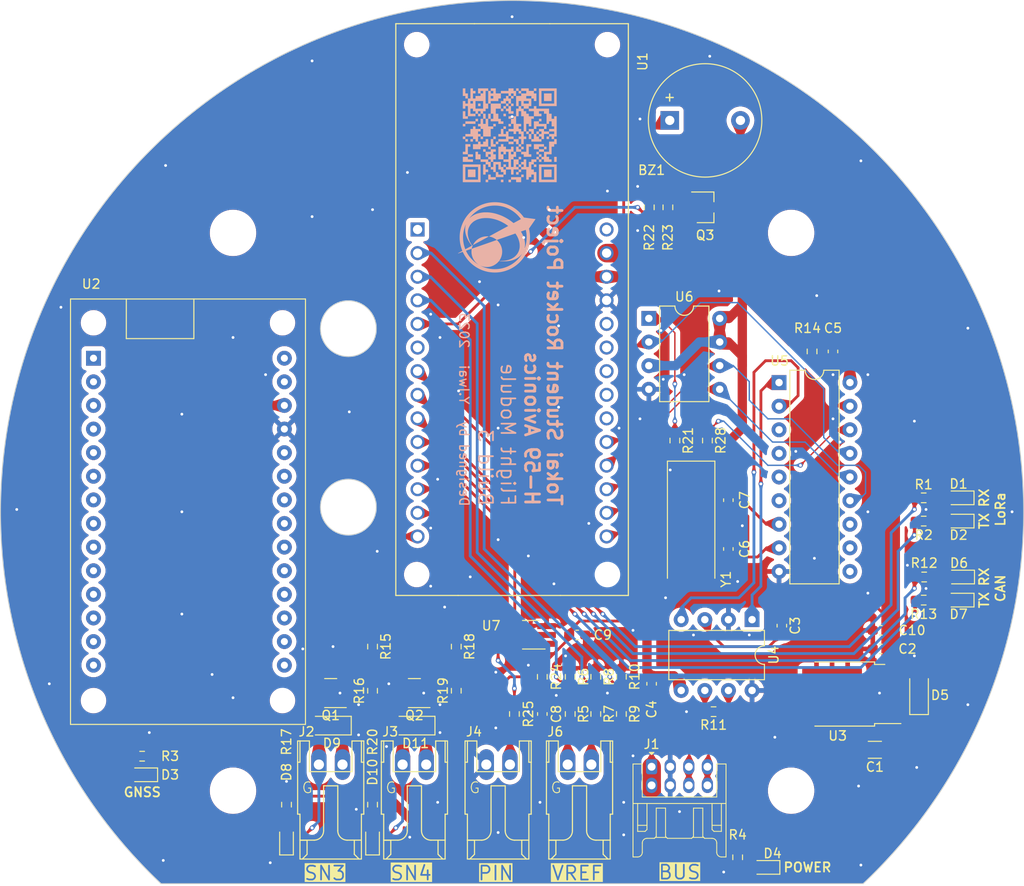
<source format=kicad_pcb>
(kicad_pcb (version 20221018) (generator pcbnew)
  (layers (0 "F.Cu" signal) (31 "B.Cu" signal) (34 "B.Paste" user) (35 "F.Paste" user) (36 "B.SilkS" user "B.Silkscreen") (37 "F.SilkS" user "F.Silkscreen") (38 "B.Mask" user) (39 "F.Mask" user) (44 "Edge.Cuts" user))
  (net 0 "")
  (net 1 "+5V")
  (net 2 "Net-(BZ1-+)")
  (net 3 "+12V")
  (net 4 "GND")
  (net 5 "+3.3V")
  (net 6 "OSC1")
  (net 7 "OSC2")
  (net 8 "Net-(C8-Pad2)")
  (net 9 "Net-(D1-A)")
  (net 10 "Net-(D2-A)")
  (net 11 "Net-(D3-A)")
  (net 12 "Net-(D4-A)")
  (net 13 "Net-(D6-A)")
  (net 14 "Net-(D7-A)")
  (net 15 "Net-(D8-K)")
  (net 16 "Net-(D8-A)")
  (net 17 "Net-(D10-K)")
  (net 18 "Net-(D10-A)")
  (net 19 "CAN_L")
  (net 20 "CAN_H")
  (net 21 "Net-(J4-Pin_2)")
  (net 22 "Net-(J6-Pin_1)")
  (net 23 "Net-(J6-Pin_2)")
  (net 24 "Net-(Q1-G)")
  (net 25 "Net-(Q2-G)")
  (net 26 "Net-(Q3-B)")
  (net 27 "LORA_RECEIVE_STATUS")
  (net 28 "LORA_SEND_STATUS")
  (net 29 "GNSS_STATUS")
  (net 30 "VREF_BATT")
  (net 31 "VREF_VSW")
  (net 32 "VREF_12V")
  (net 33 "CAN_RECEIVE_STATUS")
  (net 34 "CAN_SEND_STATUS")
  (net 35 "Net-(U5-~RESET)")
  (net 36 "SN3")
  (net 37 "SN4")
  (net 38 "BUZZER")
  (net 41 "SPI_MOSI")
  (net 42 "SPI_SCLK")
  (net 43 "SPI_MISO")
  (net 76 "CAN_TX")
  (net 77 "CAN_RX")
  (net 85 "SPI_CS_MCP")
  (net 86 "SPI_CS_FRAM")
  (net 87 "FLIGHT_PIN")
  (footprint "Hirose_Connector:Hirose_DF11B-8DP-2DS" (layer "F.Cu") (at 163.75 117.775)
    (fp_text reference "J1")
    (fp_text value "BUS")
  )
  (footprint "Resistor_SMD:R_0603_1608Metric_Pad0.98x0.95mm_HandSolder" (layer "F.Cu") (at 193.05 97.365)
    (fp_text reference "R12")
    (fp_text value "680R")
  )
  (footprint "Resistor_SMD:R_0603_1608Metric_Pad0.98x0.95mm_HandSolder" (layer "F.Cu") (at 133.75 109.6 90)
    (fp_text reference "R16")
    (fp_text value "10kR")
  )
  (footprint "Diode_SMD:D_SOD-123F" (layer "F.Cu") (at 129.25 113.35 180)
    (fp_text reference "D9")
    (fp_text value "GS1010FL")
  )
  (footprint "Resistor_SMD:R_0603_1608Metric_Pad0.98x0.95mm_HandSolder" (layer "F.Cu") (at 157.75 112.1 -90)
    (fp_text reference "R7")
    (fp_text value "10kR")
  )
  (footprint "Package_DIP:DIP-8_W7.62mm" (layer "F.Cu") (at 174.55 101.95 -90)
    (fp_text reference "U4")
    (fp_text value "MCP2562-E-P")
  )
  (footprint "Capacitor_SMD:C_0603_1608Metric_Pad1.08x0.95mm_HandSolder" (layer "F.Cu") (at 172 94.35 90)
    (fp_text reference "C6")
    (fp_text value "15pF")
  )
  (footprint "Diode_SMD:D_SOD-123F" (layer "F.Cu") (at 192.5 109.95 90)
    (fp_text reference "D5")
    (fp_text value "GS1010FL")
  )
  (footprint "Hirose_Connector:Hirose_DF1B" (layer "F.Cu") (at 136.98 117.54)
    (fp_text reference "J3")
    (fp_text value "SN4")
  )
  (footprint "Resistor_SMD:R_0603_1608Metric_Pad0.98x0.95mm_HandSolder" (layer "F.Cu") (at 173 127.5125 -90)
    (fp_text reference "R4")
    (fp_text value "2.4kR")
  )
  (footprint "LED_SMD:LED_0603_1608Metric_Pad1.05x0.95mm_HandSolder" (layer "F.Cu") (at 108.98 118.64 180)
    (fp_text reference "D3")
    (fp_text value "B")
  )
  (footprint "ABX00012:ARDUINO_ABX00012" (layer "F.Cu") (at 136.25 37.85 -90)
    (fp_text reference "U1")
    (fp_text value "Arduino MKR WAN 1310")
  )
  (footprint "Resistor_SMD:R_0603_1608Metric_Pad0.98x0.95mm_HandSolder" (layer "F.Cu") (at 170.4125 111.85 180)
    (fp_text reference "R11")
    (fp_text value "120R")
  )
  (footprint "Resistor_SMD:R_0603_1608Metric_Pad0.98x0.95mm_HandSolder" (layer "F.Cu") (at 193 99.85)
    (fp_text reference "R13")
    (fp_text value "680R")
  )
  (footprint "Hirose_Connector:Hirose_DF1B" (layer "F.Cu") (at 127.98 117.54)
    (fp_text reference "J2")
    (fp_text value "SN3")
  )
  (footprint "Capacitor_SMD:C_0603_1608Metric_Pad1.08x0.95mm_HandSolder" (layer "F.Cu") (at 177.75 102.6 -90)
    (fp_text reference "C3")
    (fp_text value "0.1uF")
  )
  (footprint "Resistor_SMD:R_0603_1608Metric_Pad0.98x0.95mm_HandSolder" (layer "F.Cu") (at 133.75 121.85 -90)
    (fp_text reference "R20")
    (fp_text value "2.4kR")
  )
  (footprint "LED_SMD:LED_0603_1608Metric_Pad1.05x0.95mm_HandSolder" (layer "F.Cu") (at 196.75 88.85 180)
    (fp_text reference "D1")
    (fp_text value "B")
  )
  (footprint "LED_SMD:LED_0603_1608Metric_Pad1.05x0.95mm_HandSolder" (layer "F.Cu") (at 196.8 97.365 180)
    (fp_text reference "D6")
    (fp_text value "B")
  )
  (footprint "Package_DIP:DIP-18_W7.62mm" (layer "F.Cu") (at 177.45 76.45)
    (fp_text reference "U5")
    (fp_text value "MCP2515-I/P")
  )
  (footprint "Capacitor_SMD:C_0603_1608Metric_Pad1.08x0.95mm_HandSolder" (layer "F.Cu") (at 172 89.1 -90)
    (fp_text reference "C7")
    (fp_text value "15pF")
  )
  (footprint "ArduinoMkrGpsShield:Arduino MKR GPS Shield" (layer "F.Cu") (at 103.75 73.83)
    (fp_text reference "U2")
    (fp_text value "Arduino MKR GPS Shield")
  )
  (footprint "LED_SMD:LED_0603_1608Metric_Pad1.05x0.95mm_HandSolder" (layer "F.Cu") (at 196.75 99.85 180)
    (fp_text reference "D7")
    (fp_text value "B")
  )
  (footprint "Resistor_SMD:R_0603_1608Metric_Pad0.98x0.95mm_HandSolder" (layer "F.Cu") (at 155 112.1 -90)
    (fp_text reference "R5")
    (fp_text value "10kR")
  )
  (footprint "Package_TO_SOT_SMD:SOT-23" (layer "F.Cu") (at 129.25 109.85 180)
    (fp_text reference "Q1")
    (fp_text value "AO3400A")
  )
  (footprint "Resistor_SMD:R_0603_1608Metric_Pad0.98x0.95mm_HandSolder" (layer "F.Cu") (at 142.75 109.6 90)
    (fp_text reference "R19")
    (fp_text value "10kR")
  )
  (footprint "Hirose_Connector:Hirose_DF1B" (layer "F.Cu") (at 145.98 117.54)
    (fp_text reference "J4")
    (fp_text value "PIN")
  )
  (footprint "Package_TO_SOT_SMD:TSOT-23-5_HandSoldering" (layer "F.Cu") (at 150.75 103.6 180)
    (fp_text reference "U7")
    (fp_text value "TC7S14F")
  )
  (footprint "Resistor_SMD:R_0603_1608Metric_Pad0.98x0.95mm_HandSolder" (layer "F.Cu") (at 181 73.1 -90)
    (fp_text reference "R14")
    (fp_text value "10kR")
  )
  (footprint "Resistor_SMD:R_0603_1608Metric_Pad0.98x0.95mm_HandSolder" (layer "F.Cu") (at 166.25 82.6875 -90)
    (fp_text reference "R21")
    (fp_text value "4.7kR")
  )
  (footprint "LED_SMD:LED_0603_1608Metric_Pad1.05x0.95mm_HandSolder" (layer "F.Cu") (at 133.75 125.6 90)
    (fp_text reference "D10")
    (fp_text value "G")
  )
  (footprint "Crystal:Crystal_SMD_HC49-SD" (layer "F.Cu") (at 168 91.6 -90)
    (fp_text reference "Y1")
    (fp_text value "8MHz")
  )
  (footprint "Capacitor_SMD:C_0603_1608Metric_Pad1.08x0.95mm_HandSolder" (layer "F.Cu") (at 188.3875 105.1 180)
    (fp_text reference "C2")
    (fp_text value "2.2uF")
  )
  (footprint "Resistor_SMD:R_0603_1608Metric_Pad0.98x0.95mm_HandSolder" (layer "F.Cu") (at 108.98 116.64 180)
    (fp_text reference "R3")
    (fp_text value "680R")
  )
  (footprint "LED_SMD:LED_0603_1608Metric_Pad1.05x0.95mm_HandSolder" (layer "F.Cu") (at 196.75 91.35 180)
    (fp_text reference "D2")
    (fp_text value "B")
  )
  (footprint "Package_TO_SOT_SMD:TO-252-2" (layer "F.Cu") (at 184.41 109.95 180)
    (fp_text reference "U3")
    (fp_text value "NJM7805SDL1")
  )
  (footprint "Package_DIP:DIP-8_W7.62mm" (layer "F.Cu") (at 163.45 69.55)
    (fp_text reference "U6")
    (fp_text value "MB85RS2MT")
  )
  (footprint "Buzzer_Beeper:Buzzer_12x9.5RM7.6" (layer "F.Cu") (at 165.7 48.25)
    (fp_text reference "BZ1")
    (fp_text value "UGCM1205XP")
  )
  (footprint "Resistor_SMD:R_0603_1608Metric_Pad0.98x0.95mm_HandSolder" (layer "F.Cu") (at 165.5 57.6 90)
    (fp_text reference "R23")
    (fp_text value "10kR")
  )
  (footprint "MountingHole:MountingHole_4.5mm" (layer "F.Cu") (at 178.75 120.35)
    (fp_text reference "REF**" hide)
    (fp_text value "MountingHole_4.5mm" hide)
  )
  (footprint "MountingHole:MountingHole_4.5mm" (layer "F.Cu") (at 118.75 120.35)
    (fp_text reference "REF**" hide)
    (fp_text value "MountingHole_4.5mm" hide)
  )
  (footprint "Capacitor_SMD:C_0603_1608Metric_Pad1.08x0.95mm_HandSolder" (layer "F.Cu") (at 163.75 108.85 90)
    (fp_text reference "C4")
    (fp_text value "0.1uF")
  )
  (footprint "Resistor_SMD:R_0603_1608Metric_Pad0.98x0.95mm_HandSolder" (layer "F.Cu") (at 169.75 82.6875 -90)
    (fp_text reference "R28")
    (fp_text value "4.7kR")
  )
  (footprint "Resistor_SMD:R_0603_1608Metric_Pad0.98x0.95mm_HandSolder" (layer "F.Cu") (at 124.5 121.85 -90)
    (fp_text reference "R17")
    (fp_text value "2.4kR")
  )
  (footprint "Diode_SMD:D_SOD-123F" (layer "F.Cu") (at 138.25 113.35 180)
    (fp_text reference "D11")
    (fp_text value "GS1010FL")
  )
  (footprint "MountingHole:MountingHole_4.5mm" (layer "F.Cu") (at 178.75 60.35)
    (fp_text reference "REF**" hide)
    (fp_text value "MountingHole_4.5mm" hide)
  )
  (footprint "Capacitor_SMD:C_1206_3216Metric_Pad1.33x1.80mm_HandSolder" (layer "F.Cu") (at 187.75 115.95 180)
    (fp_text reference "C1")
    (fp_text value "10uF")
  )
  (footprint "Resistor_SMD:R_0603_1608Metric_Pad0.98x0.95mm_HandSolder" (layer "F.Cu") (at 160.5 108.1 -90)
    (fp_text reference "R10")
    (fp_text value "1.2kR")
  )
  (footprint "Resistor_SMD:R_0603_1608Metric_Pad0.98x0.95mm_HandSolder" (layer "F.Cu") (at 157.75 108.1 -90)
    (fp_text reference "R8")
    (fp_text value "1.2kR")
  )
  (footprint "Resistor_SMD:R_0603_1608Metric_Pad0.98x0.95mm_HandSolder" (layer "F.Cu") (at 193 88.85)
    (fp_text reference "R1")
    (fp_text value "680R")
  )
  (footprint "LED_SMD:LED_0603_1608Metric_Pad1.05x0.95mm_HandSolder" (layer "F.Cu") (at 175.875 128.6 180)
    (fp_text reference "D4")
    (fp_text value "R")
  )
  (footprint "Resistor_SMD:R_0603_1608Metric_Pad0.98x0.95mm_HandSolder" (layer "F.Cu") (at 155 108.1 -90)
    (fp_text reference "R6")
    (fp_text value "1.2kR")
  )
  (footprint "Resistor_SMD:R_0603_1608Metric_Pad0.98x0.95mm_HandSolder" (layer "F.Cu") (at 160.5 112.1 -90)
    (fp_text reference "R9")
    (fp_text value "10kR")
  )
  (footprint "Resistor_SMD:R_0603_1608Metric_Pad0.98x0.95mm_HandSolder" (layer "F.Cu") (at 152 108.1 90)
    (fp_text reference "R24")
    (fp_text value "10kR")
  )
  (footprint "Capacitor_SMD:C_0603_1608Metric_Pad1.08x0.95mm_HandSolder" (layer "F.Cu") (at 155.75 103.6 180)
    (fp_text reference "C9")
    (fp_text value "0.1uF")
  )
  (footprint "Resistor_SMD:R_0603_1608Metric_Pad0.98x0.95mm_HandSolder" (layer "F.Cu") (at 149 112.1 90)
    (fp_text reference "R25")
    (fp_text value "10kR")
  )
  (footprint "Package_TO_SOT_SMD:SOT-23" (layer "F.Cu") (at 138.25 109.85 180)
    (fp_text reference "Q2")
    (fp_text value "AO3400A")
  )
  (footprint "Resistor_SMD:R_0603_1608Metric_Pad0.98x0.95mm_HandSolder" (layer "F.Cu") (at 193 91.35)
    (fp_text reference "R2")
    (fp_text value "680R")
  )
  (footprint "Hirose_Connector:Hirose_DF1B" (layer "F.Cu") (at 154.73 117.54)
    (fp_text reference "J6")
    (fp_text value "VREF")
  )
  (footprint "MountingHole:MountingHole_4.5mm" (layer "F.Cu") (at 118.75 60.35)
    (fp_text reference "REF**" hide)
    (fp_text value "MountingHole_4.5mm" hide)
  )
  (footprint "Resistor_SMD:R_0603_1608Metric_Pad0.98x0.95mm_HandSolder" (layer "F.Cu") (at 163.5 57.6 90)
    (fp_text reference "R22")
    (fp_text value "4.7kR")
  )
  (footprint "Resistor_SMD:R_0603_1608Metric_Pad0.98x0.95mm_HandSolder" (layer "F.Cu") (at 142.75 104.85 -90)
    (fp_text reference "R18")
    (fp_text value "300R")
  )
  (footprint "Capacitor_SMD:C_0603_1608Metric_Pad1.08x0.95mm_HandSolder" (layer "F.Cu") (at 152 112.1 90)
    (fp_text reference "C8")
    (fp_text value "0.1uF")
  )
  (footprint "Package_TO_SOT_SMD:SC-59_Handsoldering" (layer "F.Cu") (at 169.5 57.6)
    (fp_text reference "Q3")
    (fp_text value "2SC3325-Y")
  )
  (footprint "LED_SMD:LED_0603_1608Metric_Pad1.05x0.95mm_HandSolder" (layer "F.Cu") (at 124.5 125.6 90)
    (fp_text reference "D8")
    (fp_text value "G")
  )
  (footprint "Capacitor_SMD:C_0603_1608Metric_Pad1.08x0.95mm_HandSolder" (layer "F.Cu") (at 183.25 73.1 90)
    (fp_text reference "C5")
    (fp_text value "0.1uF")
  )
  (footprint "Resistor_SMD:R_0603_1608Metric_Pad0.98x0.95mm_HandSolder" (layer "F.Cu") (at 133.75 104.85 -90)
    (fp_text reference "R15")
    (fp_text value "300R")
  )
  (footprint "Capacitor_SMD:C_0603_1608Metric_Pad1.08x0.95mm_HandSolder" (layer "F.Cu") (at 188.3875 103.1 180)
    (fp_text reference "C10")
    (fp_text value "0.1uF")
  )
  (footprint "LOGO" (layer "B.Cu") (at 148.5 49.85 90)
    (fp_text reference "G***" hide)
    (fp_text value "LOGO" hide)
  )
  (footprint "LOGO" (layer "B.Cu") (at 147 60.85 90)
    (fp_text reference "G***" hide)
    (fp_text value "LOGO" hide)
  )
  (gr_arc locked (start 111 130.35) (mid 148.75 35.349432) (end 186.5 130.35) (stroke (width 0.1)) (layer "Edge.Cuts"))
  (gr_circle locked (center 131.15 70.65) (end 134.15 70.65) (stroke (width 0.1)) (fill none) (layer "Edge.Cuts"))
  (gr_circle locked (center 131.15 89.85) (end 134.15 89.85) (stroke (width 0.1)) (fill none) (layer "Edge.Cuts"))
  (gr_line locked (start 186.5 130.35) (end 111 130.35) (stroke (width 0.1)) (layer "Edge.Cuts"))
  (gr_text "Tokai Student Rocket Poject\nH-59 Avionics" (at 150 89.85 270) (layer "B.SilkS") (effects (font (size 1.5 1.5) (thickness 0.3) bold) (justify left bottom mirror)))
  (gr_text "Designed by 　Y.Iwai 　2023" (at 143 89.85 270) (layer "B.SilkS") (effects (font (size 1 1) (thickness 0.153)) (justify left bottom mirror)))
  (gr_text "Flight Module\nBuild 3" (at 145 89.85 270) (layer "B.SilkS") (effects (font (size 1.5 1.5) (thickness 0.1875)) (justify left bottom mirror)))
  (gr_text "VREF" (at 155.75 130.1) (layer "F.SilkS" knockout) (effects (font (size 1.5 1.5) (thickness 0.1875)) (justify bottom)))
  (gr_text "BUS" (at 166.75 130) (layer "F.SilkS" knockout) (effects (font (size 1.5 1.5) (thickness 0.1875)) (justify bottom)))
  (gr_text "RX" (at 199.5 97.35 90) (layer "F.SilkS") (effects (font (size 1 1) (thickness 0.1875))))
  (gr_text "TX" (at 199.5 91.35 90) (layer "F.SilkS") (effects (font (size 1 1) (thickness 0.1875))))
  (gr_text "  SN3" (at 127.5 130.1) (layer "F.SilkS" knockout) (effects (font (size 1.5 1.5) (thickness 0.1875)) (justify bottom)))
  (gr_text "GNSS" (at 109 121.1) (layer "F.SilkS") (effects (font (size 1 1) (thickness 0.1875)) (justify bottom)))
  (gr_text "RX" (at 199.5 88.85 90) (layer "F.SilkS") (effects (font (size 1 1) (thickness 0.1875))))
  (gr_text "POWER" (at 180.5 128.6) (layer "F.SilkS") (effects (font (size 1 1) (thickness 0.1875))))
  (gr_text "CAN" (at 201.25 98.585 90) (layer "F.SilkS") (effects (font (size 1 1) (thickness 0.1875))))
  (gr_text "  SN4" (at 136.75 130.1) (layer "F.SilkS" knockout) (effects (font (size 1.5 1.5) (thickness 0.1875)) (justify bottom)))
  (gr_text "TX" (at 199.5 99.85 90) (layer "F.SilkS") (effects (font (size 1 1) (thickness 0.1875))))
  (gr_text "LoRa" (at 201.25 90.085 90) (layer "F.SilkS") (effects (font (size 1 1) (thickness 0.1875))))
  (gr_text "PIN" (at 147 130.1) (layer "F.SilkS" knockout) (effects (font (size 1.5 1.5) (thickness 0.1875)) (justify bottom)))
  (segment (start 192.5 108.55) (end 190.33 108.55) (width 2) (layer "F.Cu") (net 1))
  (segment (start 172.1748 62.5248) (end 158.91 62.5248) (width 2) (layer "F.Cu") (net 1))
  (segment (start 187.95 100.6) (end 187 100.6) (width 0.3) (layer "F.Cu") (net 1))
  (segment (start 184.1375 103.4625) (end 177.75 103.4625) (width 0.3) (layer "F.Cu") (net 1))
  (segment (start 190.33 108.55) (end 189.45 107.67) (width 2) (layer "F.Cu") (net 1))
  (segment (start 164.85 48.25) (end 160.75 52.35) (width 0.3) (layer "F.Cu") (net 1))
  (segment (start 189.45 107.67) (end 189.45 102.1) (width 2) (layer "F.Cu") (net 1))
  (segment (start 169.47 102.82) (end 171.5 104.85) (width 0.3) (layer "F.Cu") (net 1))
  (segment (start 187 100.6) (end 184.1375 103.4625) (width 0.3) (layer "F.Cu") (net 1))
  (segment (start 176.3625 104.85) (end 177.75 103.4625) (width 0.3) (layer "F.Cu") (net 1))
  (segment (start 171.5 104.85) (end 176.3625 104.85) (width 0.3) (layer "F.Cu") (net 1))
  (segment (start 159.8252 62.5248) (end 158.91 62.5248) (width 0.3) (layer "F.Cu") (net 1))
  (segment (start 184.75 70.1) (end 179.75 70.1) (width 2) (layer "F.Cu") (net 1))
  (segment (start 169.47 101.95) (end 169.47 102.82) (width 0.3) (layer "F.Cu") (net 1))
  (segment (start 189.45 74.8) (end 184.75 70.1) (width 2) (layer "F.Cu") (net 1))
  (segment (start 189.45 102.1) (end 187.95 100.6) (width 0.3) (layer "F.Cu") (net 1))
  (segment (start 189.45 102.1) (end 189.45 74.8) (width 2) (layer "F.Cu") (net 1))
  (segment (start 179.75 70.1) (end 172.1748 62.5248) (width 2) (layer "F.Cu") (net 1))
  (segment (start 160.75 61.6) (end 159.8252 62.5248) (width 0.3) (layer "F.Cu") (net 1))
  (segment (start 160.75 52.35) (end 160.75 61.6) (width 0.3) (layer "F.Cu") (net 1))
  (segment (start 173.3 55.45) (end 173.3 48.25) (width 0.3) (layer "F.Cu") (net 2))
  (segment (start 171.15 57.6) (end 173.3 55.45) (width 0.3) (layer "F.Cu") (net 2))
  (segment (start 130.65 113.35) (end 131.65 112.35) (width 1) (layer "F.Cu") (net 3))
  (segment (start 163.75 123.35) (end 167 126.6) (width 2) (layer "F.Cu") (net 3))
  (segment (start 167 126.6) (end 184.25 126.6) (width 2) (layer "F.Cu") (net 3))
  (segment (start 133 112.35) (end 133.75 113.1) (width 1) (layer "F.Cu") (net 3))
  (segment (start 135.25 120.85) (end 137.75 123.35) (width 1) (layer "F.Cu") (net 3))
  (segment (start 190.33 111.35) (end 192.5 111.35) (width 2) (layer "F.Cu") (net 3))
  (segment (start 130.52 117.54) (end 130.52 113.48) (width 1) (layer "F.Cu") (net 3))
  (segment (start 184.25 126.6) (end 189.4375 121.4125) (width 2) (layer "F.Cu") (net 3))
  (segment (start 144.75 123.35) (end 162 123.35) (width 1) (layer "F.Cu") (net 3))
  (segment (start 133.75 119.35) (end 135.25 120.85) (width 1) (layer "F.Cu") (net 3))
  (segment (start 139.65 113.35) (end 140.65 112.35) (width 1) (layer "F.Cu") (net 3))
  (segment (start 130.52 113.48) (end 130.65 113.35) (width 1) (layer "F.Cu") (net 3))
  (segment (start 140.65 112.35) (end 142 112.35) (width 1) (layer "F.Cu") (net 3))
  (segment (start 139.52 117.54) (end 139.52 113.48) (width 1) (layer "F.Cu") (net 3))
  (segment (start 162 123.35) (end 163.75 123.35) (width 1) (layer "F.Cu") (net 3))
  (segment (start 189.4375 112.2425) (end 189.45 112.23) (width 2) (layer "F.Cu") (net 3))
  (segment (start 135.1625 120.9375) (end 133.75 120.9375) (width 1) (layer "F.Cu") (net 3))
  (segment (start 142.75 121.35) (end 144.75 123.35) (width 1) (layer "F.Cu") (net 3))
  (segment (start 189.45 112.23) (end 190.33 111.35) (width 2) (layer "F.Cu") (net 3))
  (segment (start 163.75 119.775) (end 163.75 121.6) (width 2) (layer "F.Cu") (net 3))
  (segment (start 160.5 113.0125) (end 163.75 116.2625) (width 0.3) (layer "F.Cu") (net 3))
  (segment (start 142 112.35) (end 142.75 113.1) (width 1) (layer "F.Cu") (net 3))
  (segment (start 189.4375 121.4125) (end 189.4375 112.2425) (width 2) (layer "F.Cu") (net 3))
  (segment (start 137.75 123.35) (end 144.75 123.35) (width 1) (layer "F.Cu") (net 3))
  (segment (start 133.75 119.35) (end 133.75 120.9375) (width 1) (layer "F.Cu") (net 3))
  (segment (start 163.75 116.2625) (end 163.75 117.775) (width 0.3) (layer "F.Cu") (net 3))
  (segment (start 133.75 120.9375) (end 124.5 120.9375) (width 0.3) (layer "F.Cu") (net 3))
  (segment (start 131.65 112.35) (end 133 112.35) (width 1) (layer "F.Cu") (net 3))
  (segment (start 163.75 121.6) (end 163.75 123.35) (width 2) (layer "F.Cu") (net 3))
  (segment (start 162 123.35) (end 163.75 121.6) (width 1) (layer "F.Cu") (net 3))
  (segment (start 142.75 113.1) (end 142.75 121.35) (width 1) (layer "F.Cu") (net 3))
  (segment (start 163.75 119.775) (end 163.75 117.775) (width 2) (layer "F.Cu") (net 3))
  (segment (start 139.52 113.48) (end 139.65 113.35) (width 1) (layer "F.Cu") (net 3))
  (segment (start 133.75 113.1) (end 133.75 119.35) (width 1) (layer "F.Cu") (net 3))
  (via (at 184 82.85) (size 0.5) (drill 0.3) (layers "F.Cu" "B.Cu") (net 4))
  (via (at 186 119.85) (size 0.5) (drill 0.3) (layers "F.Cu" "B.Cu") (net 4))
  (via (at 202.5 90.35) (size 0.5) (drill 0.3) (layers "F.Cu" "B.Cu") (net 4))
  (via (at 129.5 104.85) (size 0.5) (drill 0.3) (layers "F.Cu" "B.Cu") (net 4))
  (via (at 173.5 91.85) (size 0.5) (drill 0.3) (layers "F.Cu" "B.Cu") (net 4))
  (via (at 168.25 103.6) (size 0.5) (drill 0.3) (layers "F.Cu" "B.Cu") (net 4))
  (via (at 99 108.85) (size 0.5) (drill 0.3) (layers "F.Cu" "B.Cu") (net 4))
  (via (at 137.75 125.35) (size 0.5) (drill 0.3) (layers "F.Cu" "B.Cu") (net 4))
  (via (at 141 114.1) (size 0.5) (drill 0.3) (layers "F.Cu" "B.Cu") (net 4))
  (via (at 113.25 101.35) (size 0.5) (drill 0.3) (layers "F.Cu" "B.Cu") (net 4))
  (via (at 143 77.35) (size 0.5) (drill 0.3) (layers "F.Cu" "B.Cu") (net 4))
  (via (at 118.75 110.35) (size 0.5) (drill 0.3) (layers "F.Cu" "B.Cu") (net 4))
  (via (at 150.5 106.85) (size 0.5) (drill 0.3) (layers "F.Cu" "B.Cu") (net 4))
  (via (at 192 105.85) (size 0.5) (drill 0.3) (layers "F.Cu" "B.Cu") (net 4))
  (via (at 150.5 95.1) (size 0.5) (drill 0.3) (layers "F.Cu" "B.Cu") (net 4))
  (via (at 109.75 114.1) (size 0.5) (drill 0.3) (layers "F.Cu" "B.Cu") (net 4))
  (via (at 193.25 90.1) (size 0.5) (drill 0.3) (layers "F.Cu" "B.Cu") (net 4))
  (via (at 127.25 58.6) (size 0.5) (drill 0.3) (layers "F.Cu" "B.Cu") (net 4))
  (via (at 173 97.85) (size 0.5) (drill 0.3) (layers "F.Cu" "B.Cu") (net 4))
  (via (at 159 109.85) (size 0.5) (drill 0.3) (layers "F.Cu" "B.Cu") (net 4))
  (via (at 177 114.6) (size 0.5) (drill 0.3) (layers "F.Cu" "B.Cu") (net 4))
  (via (at 161.75 103.1) (size 0.5) (drill 0.3) (layers "F.Cu" "B.Cu") (net 4))
  (via (at 188.25 109.85) (size 0.5) (drill 0.3) (layers "F.Cu" "B.Cu") (net 4))
  (via (at 151.75 121.6) (size 0.5) (drill 0.3) (layers "F.Cu" "B.Cu") (net 4))
  (via (at 162.5 48.1) (size 0.5) (drill 0.3) (layers "F.Cu" "B.Cu") (net 4))
  (via (at 162.25 55.35) (size 0.5) (drill 0.3) (layers "F.Cu" "B.Cu") (net 4))
  (via (at 152.75 57.85) (size 0.5) (drill 0.3) (layers "F.Cu" "B.Cu") (net 4))
  (via (at 147.25 81.35) (size 0.5) (drill 0.3) (layers "F.Cu" "B.Cu") (net 4))
  (via (at 171.5 129.1) (size 0.5) (drill 0.3) (layers "F.Cu" "B.Cu") (net 4))
  (via (at 126.25 105.1) (size 0.5) (drill 0.3) (layers "F.Cu" "B.Cu") (net 4))
  (via (at 167.5 111.85) (size 0.5) (drill 0.3) (layers "F.Cu" "B.Cu") (net 4))
  (via (at 160.75 121.6) (size 0.5) (drill 0.3) (layers "F.Cu" "B.Cu") (net 4))
  (via (at 183.25 80.35) (size 0.5) (drill 0.3) (layers "F.Cu" "B.Cu") (net 4))
  (via (at 197.75 70.6) (size 0.5) (drill 0.3) (layers "F.Cu" "B.Cu") (net 4))
  (via (at 147.25 68.1) (size 0.5) (drill 0.3) (layers "F.Cu" "B.Cu") (net 4))
  (via (at 118.75 71.6) (size 0.5) (drill 0.3) (layers "F.Cu" "B.Cu") (net 4))
  (via (at 139.25 109.85) (size 0.5) (drill 0.3) (layers "F.Cu" "B.Cu") (net 4))
  (via (at 122.25 75.6) (size 0.5) (drill 0.3) (layers "F.Cu" "B.Cu") (net 4))
  (via (at 111.25 127.85) (size 0.5) (drill 0.3) (layers "F.Cu" "B.Cu") (net 4))
  (via (at 113.25 90.35) (size 0.5) (drill 0.3) (layers "F.Cu" "B.Cu") (net 4))
  (via (at 145.25 65.6) (size 0.5) (drill 0.3) (layers "F.Cu" "B.Cu") (net 4))
  (via (at 187 99.1) (size 0.5) (drill 0.3) (layers "F.Cu" "B.Cu") (net 4))
  (via (at 116.5 107.85) (size 0.5) (drill 0.3) (layers "F.Cu" "B.Cu") (net 4))
  (via (at 113.25 79.85) (size 0.5) (drill 0.3) (layers "F.Cu" "B.Cu") (net 4))
  (via (at 140 69.1) (size 0.5) (drill 0.3) (layers "F.Cu" "B.Cu") (net 4))
  (via (at 141 111.1) (size 0.5) (drill 0.3) (layers "F.Cu" "B.Cu") (net 4))
  (via (at 148.75 47.85) (size 0.5) (drill 0.3) (layers "F.Cu" "B.Cu") (net 4))
  (via (at 153.75 70.35) (size 0.5) (drill 0.3) (layers "F.Cu" "B.Cu") (net 4))
  (via (at 132.25 111.1) (size 0.5) (drill 0.3) (layers "F.Cu" "B.Cu") (net 4))
  (via (at 130.25 109.85) (size 0.5) (drill 0.3) (layers "F.Cu" "B.Cu") (net 4))
  (via (at 154.5 105.85) (size 0.5) (drill 0.3) (layers "F.Cu" "B.Cu") (net 4))
  (via (at 133.75 57.85) (size 0.5) (drill 0.3) (layers "F.Cu" "B.Cu") (net 4))
  (via (at 186.25 52.6) (size 0.5) (drill 0.3) (layers "F.Cu" "B.Cu") (net 4))
  (via (at 193.25 98.6) (size 0.5) (drill 0.3) (layers "F.Cu" "B.Cu") (net 4))
  (via (at 164.75 70.85) (size 0.5) (drill 0.3) (layers "F.Cu" "B.Cu") (net 4))
  (via (at 153.5 110.1) (size 0.5) (drill 0.3) (layers "F.Cu" "B.Cu") (net 4))
  (via (at 153.75 79.1) (size 0.5) (drill 0.3) (layers "F.Cu" "B.Cu") (net 4))
  (via (at 181.5 67.1) (size 0.5) (drill 0.3) (layers "F.Cu" "B.Cu") (net 4))
  (via (at 132 122.35) (size 0.5) (drill 0.3) (layers "F.Cu" "B.Cu") (net 4))
  (via (at 150.5 111.85) (size 0.5) (drill 0.3) (layers "F.Cu" "B.Cu") (net 4))
  (via (at 187 75.6) (size 0.5) (drill 0.3) (layers "F.Cu" "B.Cu") (net 4))
  (via (at 141 71.6) (size 0.5) (drill 0.3) (layers "F.Cu" "B.Cu") (net 4))
  (via (at 165 76.1) (size 0.5) (drill 0.3) (layers "F.Cu" "B.Cu") (net 4))
  (via (at 160.75 125.1) (size 0.5) (drill 0.3) (layers "F.Cu" "B.Cu") (net 4))
  (via (at 161.75 116.6) (size 0.5) (drill 0.3) (layers "F.Cu" "B.Cu") (net 4))
  (via (at 165.75 85.85) (size 0.5) (drill 0.3) (layers "F.Cu" "B.Cu") (net 4))
  (via (at 150 60.85) (size 0.5) (drill 0.3) (layers "F.Cu" "B.Cu") (net 4))
  (via (at 181.25 95.35) (size 0.5) (drill 0.3) (layers "F.Cu" "B.Cu") (net 4))
  (via (at 140.75 121.6) (size 0.5) (drill 0.3) (layers "F.Cu" "B.Cu") (net 4))
  (via (at 147.25 124.85) (size 0.5) (drill 0.3) (layers "F.Cu" "B.Cu") (net 4))
  (via (at 140 98.35) (size 0.5) (drill 0.3) (layers "F.Cu" "B.Cu") (net 4))
  (via (at 170 41.35) (size 0.5) (drill 0.3) (layers "F.Cu" "B.Cu") (net 4))
  (via (at 187 90.35) (size 0.5) (drill 0.3) (layers "F.Cu" "B.Cu") (net 4))
  (via (at 186.25 128.35) (size 0.5) (drill 0.3) (layers "F.Cu" "B.Cu") (net 4))
  (via (at 141.5 100.6) (size 0.5) (drill 0.3) (layers "F.Cu" "B.Cu") (net 4))
  (via (at 137.5 53.85) (size 0.5) (drill 0.3) (layers "F.Cu" "B.Cu") (net 4))
  (via (at 100.25 68.35) (size 0.5) (drill 0.3) (layers "F.Cu" "B.Cu") (net 4))
  (via (at 147 113.6) (size 0.5) (drill 0.3) (layers "F.Cu" "B.Cu") (net 4))
  (via (at 191.25 96.1) (size 0.5) (drill 0.3) (layers "F.Cu" "B.Cu") (net 4))
  (via (at 167.25 75.6) (size 0.5) (drill 0.3) (layers "F.Cu" "B.Cu") (net 4))
  (via (at 131.25 79.6) (size 0.5) (drill 0.3) (layers "F.Cu" "B.Cu") (net 4))
  (via (at 162.5 80.35) (size 0.5) (drill 0.3) (layers "F.Cu" "B.Cu") (net 4))
  (via (at 144.25 97.35) (size 0.5) (drill 0.3) (layers "F.Cu" "B.Cu") (net 4))
  (via (at 174.25 103.6) (size 0.5) (drill 0.3) (layers "F.Cu" "B.Cu") (net 4))
  (via (at 162.25 60.1) (size 0.5) (drill 0.3) (layers "F.Cu" "B.Cu") (net 4))
  (via (at 135.5 108.85) (size 0.5) (drill 0.3) (layers "F.Cu" "B.Cu") (net 4))
  (via (at 95.5 90.1) (size 0.5) (drill 0.3) (layers "F.Cu" "B.Cu") (net 4))
  (via (at 111.5 53.1) (size 0.5) (drill 0.3) (layers "F.Cu" "B.Cu") (net 4))
  (via (at 147 107.6) (size 0.5) (drill 0.3) (layers "F.Cu" "B.Cu") (net 4))
  (via (at 147.25 93.35) (size 0.5) (drill 0.3) (layers "F.Cu" "B.Cu") (net 4))
  (via (at 140 92.1) (size 0.5) (drill 0.3) (layers "F.Cu" "B.Cu") (net 4))
  (via (at 148.75 37.1) (size 0.5) (drill 0.3) (layers "F.Cu" "B.Cu") (net 4))
  (via (at 197.75 111.1) (size 0.5) (drill 0.3) (layers "F.Cu" "B.Cu") (net 4))
  (via (at 179.25 83.85) (size 0.5) (drill 0.3) (layers "F.Cu" "B.Cu") (net 4))
  (via (at 159 55.85) (size 0.5) (drill 0.3) (layers "F.Cu" "B.Cu") (net 4))
  (via (at 122.75 128.1) (size 0.5) (drill 0.3) (layers "F.Cu" "B.Cu") (net 4))
  (via (at 192 80.6) (size 0.5) (drill 0.3) (layers "F.Cu" "B.Cu") (net 4))
  (via (at 132.25 114.35) (size 0.5) (drill 0.3) (layers "F.Cu" "B.Cu") (net 4))
  (via (at 171 66.6) (size 0.5) (drill 0.3) (layers "F.Cu" "B.Cu") (net 4))
  (via (at 134.25 94.6) (size 0.5) (drill 0.3) (layers "F.Cu" "B.Cu") (net 4))
  (via (at 153.25 98.1) (size 0.5) (drill 0.3) (layers "F.Cu" "B.Cu") (net 4))
  (via (at 160.25 81.35) (size 0.5) (drill 0.3) (layers "F.Cu" "B.Cu") (net 4))
  (via (at 192.25 117.85) (size 0.5) (drill 0.3) (layers "F.Cu" "B.Cu") (net 4))
  (via (at 165.25 99.6) (size 0.5) (drill 0.3) (layers "F.Cu" "B.Cu") (net 4))
  (via (at 166.75 122.6) (size 0.5) (drill 0.3) (layers "F.Cu" "B.Cu") (net 4))
  (via (at 135.25 115.6) (size 0.5) (drill 0.3) (layers "F.Cu" "B.Cu") (net 4))
  (via (at 157 91.6) (size 0.5) (drill 0.3) (layers "F.Cu" "B.Cu") (net 4))
  (via (at 183.25 75.6) (size 0.5) (drill 0.3) (layers "F.Cu" "B.Cu") (net 4))
  (via (at 124.5 119.35) (size 0.5) (drill 0.3) (layers "F.Cu" "B.Cu") (net 4))
  (via (at 140.75 86.85) (size 0.5) (drill 0.3) (layers "F.Cu" "B.Cu") (net 4))
  (via (at 127.25 41.85) (size 0.5) (drill 0.3) (layers "F.Cu" "B.Cu") (net 4))
  (segment (start 163.25 85.85) (end 163.25 107.4875) (width 1) (layer "F.Cu") (net 5))
  (segment (start 158.91 65.0648) (end 171.7148 65.0648) (width 1) (layer "F.Cu") (net 5))
  (segment (start 171.07 69.55) (end 171.07 72.09) (width 1) (layer "F.Cu") (net 5))
  (segment (start 154.8875 103.9625) (end 153.25 105.6) (width 0.3) (layer "F.Cu") (net 5))
  (segment (start 166.1375 107.9875) (end 166.93 108.78) (width 1) (layer "F.Cu") (net 5))
  (segment (start 172.05 69.55) (end 173.5 68.1) (width 1) (layer "F.Cu") (net 5))
  (segment (start 156 102.1) (end 161.75 102.1) (width 0.3) (layer "F.Cu") (net 5))
  (segment (start 165.5 83.6) (end 163.25 85.85) (width 1) (layer "F.Cu") (net 5))
  (segment (start 171.07 69.55) (end 172.05 69.55) (width 1) (layer "F.Cu") (net 5))
  (segment (start 173.5 81.35) (end 171.25 83.6) (width 1) (layer "F.Cu") (net 5))
  (segment (start 173.5 73.6) (end 173.5 74.6) (width 1) (layer "F.Cu") (net 5))
  (segment (start 122.81 78.91) (end 120.5 76.6) (width 1) (layer "F.Cu") (net 5))
  (segment (start 156.9648 65.0648) (end 158.91 65.0648) (width 1) (layer "F.Cu") (net 5))
  (segment (start 153.25 105.6) (end 150.09 105.6) (width 0.3) (layer "F.Cu") (net 5))
  (segment (start 120.5 76.6) (end 120.5 68.1) (width 1) (layer "F.Cu") (net 5))
  (segment (start 173.125 66.475) (end 174 67.35) (width 1) (layer "F.Cu") (net 5))
  (segment (start 163.25 107.4875) (end 163.75 107.9875) (width 1) (layer "F.Cu") (net 5))
  (segment (start 185.07 76.45) (end 185.07 73.42) (width 1) (layer "F.Cu") (net 5))
  (segment (start 173.5 68.1) (end 173.5 74.6) (width 1) (layer "F.Cu") (net 5))
  (segment (start 124.27 78.91) (end 122.81 78.91) (width 1) (layer "F.Cu") (net 5))
  (segment (start 183.75 72.1) (end 178.75 72.1) (width 1) (layer "F.Cu") (net 5))
  (segment (start 173.5 66.85) (end 173.125 66.475) (width 1) (layer "F.Cu") (net 5))
  (segment (start 150.09 105.6) (end 149.04 104.55) (width 0.3) (layer "F.Cu") (net 5))
  (segment (start 152 106.85) (end 153.25 105.6) (width 0.3) (layer "F.Cu") (net 5))
  (segment (start 154.8875 103.6) (end 154.8875 103.9625) (width 0.3) (layer "F.Cu") (net 5))
  (segment (start 185.07 73.42) (end 183.75 72.1) (width 1) (layer "F.Cu") (net 5))
  (segment (start 171.99 72.09) (end 173.5 73.6) (width 1) (layer "F.Cu") (net 5))
  (segment (start 161.75 102.1) (end 163.25 100.6) (width 0.3) (layer "F.Cu") (net 5))
  (segment (start 171.07 72.09) (end 171.99 72.09) (width 1) (layer "F.Cu") (net 5))
  (segment (start 171.25 83.6) (end 165.5 83.6) (width 1) (layer "F.Cu") (net 5))
  (segment (start 163.75 107.9875) (end 166.1375 107.9875) (width 1) (layer "F.Cu") (net 5))
  (segment (start 132.75 55.85) (end 147.75 55.85) (width 1) (layer "F.Cu") (net 5))
  (segment (start 154.8875 103.2125) (end 156 102.1) (width 0.3) (layer "F.Cu") (net 5))
  (segment (start 178.75 72.1) (end 174 67.35) (width 1) (layer "F.Cu") (net 5))
  (segment (start 171.7148 65.0648) (end 173.125 66.475) (width 1) (layer "F.Cu") (net 5))
  (segment (start 166.93 108.78) (end 166.93 109.57) (width 1) (layer "F.Cu") (net 5))
  (segment (start 154.8875 103.6) (end 154.8875 103.2125) (width 0.3) (layer "F.Cu") (net 5))
  (segment (start 147.75 55.85) (end 156.9648 65.0648) (width 1) (layer "F.Cu") (net 5))
  (segment (start 173.5 74.6) (end 173.5 81.35) (width 1) (layer "F.Cu") (net 5))
  (segment (start 173.5 68.1) (end 173.5 66.85) (width 1) (layer "F.Cu") (net 5))
  (segment (start 120.5 68.1) (end 132.75 55.85) (width 1) (layer "F.Cu") (net 5))
  (segment (start 166.345 74.63) (end 168.885 72.09) (width 1) (layer "B.Cu") (net 5))
  (segment (start 163.45 74.63) (end 166.345 74.63) (width 1) (layer "B.Cu") (net 5))
  (segment (start 168.885 72.09) (end 171.07 72.09) (width 1) (layer "B.Cu") (net 5))
  (segment (start 176.12 94.23) (end 175.1375 95.2125) (width 0.3) (layer "F.Cu") (net 6))
  (segment (start 177.45 94.23) (end 176.12 94.23) (width 0.3) (layer "F.Cu") (net 6))
  (segment (start 175.1375 95.2125) (end 168.6375 95.2125) (width 0.3) (layer "F.Cu") (net 6))
  (segment (start 168.8875 88.2375) (end 172.6375 88.2375) (width 0.3) (layer "F.Cu") (net 7))
  (segment (start 176.09 91.69) (end 177.45 91.69) (width 0.3) (layer "F.Cu") (net 7))
  (segment (start 172.6375 88.2375) (end 176.09 91.69) (width 0.3) (layer "F.Cu") (net 7))
  (segment (start 168 87.35) (end 168.8875 88.2375) (width 0.3) (layer "F.Cu") (net 7))
  (segment (start 150.8625 110.1) (end 152 111.2375) (width 0.3) (layer "F.Cu") (net 8))
  (segment (start 149 111.1875) (end 150.0875 110.1) (width 0.3) (layer "F.Cu") (net 8))
  (segment (start 147.75 103.6) (end 152.46 103.6) (width 0.3) (layer "F.Cu") (net 8))
  (segment (start 149 111.1875) (end 149 109.35) (width 0.3) (layer "F.Cu") (net 8))
  (segment (start 147.25 106.35) (end 147.25 104.1) (width 0.3) (layer "F.Cu") (net 8))
  (segment (start 147.25 104.1) (end 147.75 103.6) (width 0.3) (layer "F.Cu") (net 8))
  (segment (start 150.0875 110.1) (end 150.8625 110.1) (width 0.3) (layer "F.Cu") (net 8))
  (via (at 149 109.35) (size 0.5) (drill 0.3) (layers "F.Cu" "B.Cu") (net 8))
  (via (at 147.25 106.35) (size 0.5) (drill 0.3) (layers "F.Cu" "B.Cu") (net 8))
  (segment (start 149 108.1) (end 147.25 106.35) (width 0.3) (layer "B.Cu") (net 8))
  (segment (start 149 109.35) (end 149 108.1) (width 0.3) (layer "B.Cu") (net 8))
  (segment (start 193.9125 88.85) (end 195.875 88.85) (width 0.3) (layer "F.Cu") (net 9))
  (segment (start 193.9125 91.35) (end 195.875 91.35) (width 0.3) (layer "F.Cu") (net 10))
  (segment (start 108.105 118.64) (end 108.105 116.6775) (width 0.3) (layer "F.Cu") (net 11))
  (segment (start 173.175 128.6) (end 175 128.6) (width 0.3) (layer "F.Cu") (net 12))
  (segment (start 195.925 97.365) (end 193.9625 97.365) (width 0.3) (layer "F.Cu") (net 13))
  (segment (start 193.9125 99.85) (end 195.875 99.85) (width 0.3) (layer "F.Cu") (net 14))
  (segment (start 127.85 113.35) (end 127.85 110.3125) (width 1) (layer "F.Cu") (net 15))
  (segment (start 127.98 113.48) (end 127.85 113.35) (width 1) (layer "F.Cu") (net 15))
  (segment (start 127.85 110.3125) (end 128.3125 109.85) (width 1) (layer "F.Cu") (net 15))
  (segment (start 127.25 124.35) (end 125.125 126.475) (width 0.3) (layer "F.Cu") (net 15))
  (segment (start 125.125 126.475) (end 124.5 126.475) (width 0.3) (layer "F.Cu") (net 15))
  (segment (start 127.98 117.54) (end 127.98 113.48) (width 1) (layer "F.Cu") (net 15))
  (via (at 127.25 124.35) (size 0.5) (drill 0.3) (layers "F.Cu" "B.Cu") (net 15))
  (segment (start 127.98 123.62) (end 127.98 117.54) (width 0.3) (layer "B.Cu") (net 15))
  (segment (start 127.25 124.35) (end 127.98 123.62) (width 0.3) (layer "B.Cu") (net 15))
  (segment (start 124.5 124.725) (end 124.5 122.7625) (width 0.3) (layer "F.Cu") (net 16))
  (segment (start 136.98 113.48) (end 136.85 113.35) (width 1) (layer "F.Cu") (net 17))
  (segment (start 136.85 110.3125) (end 137.3125 109.85) (width 1) (layer "F.Cu") (net 17))
  (segment (start 133.75 126.475) (end 134.125 126.475) (width 0.3) (layer "F.Cu") (net 17))
  (segment (start 134.125 126.475) (end 136.25 124.35) (width 0.3) (layer "F.Cu") (net 17))
  (segment (start 136.98 117.54) (end 136.98 113.48) (width 1) (layer "F.Cu") (net 17))
  (segment (start 136.85 113.35) (end 136.85 110.3125) (width 1) (layer "F.Cu") (net 17))
  (via (at 136.25 124.35) (size 0.5) (drill 0.3) (layers "F.Cu" "B.Cu") (net 17))
  (segment (start 136.25 124.35) (end 136.98 123.62) (width 0.3) (layer "B.Cu") (net 17))
  (segment (start 136.98 123.62) (end 136.98 117.54) (width 0.3) (layer "B.Cu") (net 17))
  (segment (start 133.75 124.725) (end 133.75 122.7625) (width 0.3) (layer "F.Cu") (net 18))
  (segment (start 169.5 114.725) (end 167.75 116.475) (width 0.15) (layer "F.Cu") (net 19))
  (segment (start 167.75 117.775) (end 167.75 119.775) (width 0.15) (layer "F.Cu") (net 19))
  (segment (start 169.47 109.57) (end 169.47 111.82) (width 0.15) (layer "F.Cu") (net 19))
  (segment (start 169.5 111.85) (end 169.5 114.725) (width 0.15) (layer "F.Cu") (net 19))
  (segment (start 167.75 116.475) (end 167.75 117.775) (width 0.15) (layer "F.Cu") (net 19))
  (segment (start 169.75 117.775) (end 169.75 119.775) (width 0.15) (layer "F.Cu") (net 20))
  (segment (start 171.325 115.025) (end 169.75 116.6) (width 0.15) (layer "F.Cu") (net 20))
  (segment (start 172.01 109.57) (end 172.01 111.165) (width 0.15) (layer "F.Cu") (net 20))
  (segment (start 169.75 116.6) (end 169.75 117.775) (width 0.15) (layer "F.Cu") (net 20))
  (segment (start 171.325 111.85) (end 171.325 115.025) (width 0.15) (layer "F.Cu") (net 20))
  (segment (start 172.01 111.165) (end 171.325 111.85) (width 0.15) (layer "F.Cu") (net 20))
  (segment (start 148.5 108.1) (end 147.75 108.85) (width 0.3) (layer "F.Cu") (net 21))
  (segment (start 151.0875 108.1) (end 148.5 108.1) (width 0.3) (layer "F.Cu") (net 21))
  (segment (start 149 113.0125) (end 148.52 113.4925) (width 0.3) (layer "F.Cu") (net 21))
  (segment (start 147.75 108.85) (end 147.75 112.05625) (width 0.3) (layer "F.Cu") (net 21))
  (segment (start 147.75 112.05625) (end 148.70625 113.0125) (width 0.3) (layer "F.Cu") (net 21))
  (segment (start 152 109.0125) (end 151.0875 108.1) (width 0.3) (layer "F.Cu") (net 21))
  (segment (start 148.52 113.4925) (end 148.52 117.54) (width 0.3) (layer "F.Cu") (net 21))
  (segment (start 155 114.35) (end 154.73 114.62) (width 0.3) (layer "F.Cu") (net 22))
  (segment (start 155 113.0125) (end 155 114.35) (width 0.3) (layer "F.Cu") (net 22))
  (segment (start 154.73 114.62) (end 154.73 117.54) (width 0.3) (layer "F.Cu") (net 22))
  (segment (start 157.27 114.58) (end 157.27 117.54) (width 0.3) (layer "F.Cu") (net 23))
  (segment (start 157.75 113.0125) (end 157.75 114.1) (width 0.3) (layer "F.Cu") (net 23))
  (segment (start 157.75 114.1) (end 157.27 114.58) (width 0.3) (layer "F.Cu") (net 23))
  (segment (start 133.75 105.7625) (end 133.75 108.6875) (width 0.3) (layer "F.Cu") (net 24))
  (segment (start 133.1625 108.6875) (end 133.75 108.6875) (width 0.3) (layer "F.Cu") (net 24))
  (segment (start 130.1875 110.8) (end 131.05 110.8) (width 0.3) (layer "F.Cu") (net 24))
  (segment (start 131.05 110.8) (end 133.1625 108.6875) (width 0.3) (layer "F.Cu") (net 24))
  (segment (start 142.75 108.6875) (end 142.75 105.7625) (width 0.3) (layer "F.Cu") (net 25))
  (segment (start 142.1625 108.6875) (end 142.75 108.6875) (width 0.3) (layer "F.Cu") (net 25))
  (segment (start 139.1875 110.8) (end 140.05 110.8) (width 0.3) (layer "F.Cu") (net 25))
  (segment (start 140.05 110.8) (end 142.1625 108.6875) (width 0.3) (layer "F.Cu") (net 25))
  (segment (start 165.5 56.6875) (end 167.8125 56.6875) (width 0.3) (layer "F.Cu") (net 26))
  (segment (start 163.5 56.6875) (end 165.5 56.6875) (width 0.3) (layer "F.Cu") (net 26))
  (segment (start 158.5 101.35) (end 157 99.85) (width 0.3) (layer "F.Cu") (net 27))
  (segment (start 157 93.6348) (end 138.59 75.2248) (width 0.3) (layer "F.Cu") (net 27))
  (segment (start 157 99.85) (end 157 93.6348) (width 0.3) (layer "F.Cu") (net 27))
  (segment (start 192 90.1) (end 192 88.9375) (width 0.3) (layer "F.Cu") (net 27))
  (via (at 192 90.1) (size 0.5) (drill 0.3) (layers "F.Cu" "B.Cu") (net 27))
  (via (at 158.5 101.35) (size 0.5) (drill 0.3) (layers "F.Cu" "B.Cu") (net 27))
  (segment (start 162 104.85) (end 185 104.85) (width 0.3) (layer "B.Cu") (net 27))
  (segment (start 189.5 100.35) (end 189.5 92.6) (width 0.3) (layer "B.Cu") (net 27))
  (segment (start 189.5 92.6) (end 192 90.1) (width 0.3) (layer "B.Cu") (net 27))
  (segment (start 185 104.85) (end 189.5 100.35) (width 0.3) (layer "B.Cu") (net 27))
  (segment (start 158.5 101.35) (end 162 104.85) (width 0.3) (layer "B.Cu") (net 27))
  (segment (start 157.5 101.35) (end 156.15 100) (width 0.3) (layer "F.Cu") (net 28))
  (segment (start 192 92.85) (end 192 91.4375) (width 0.3) (layer "F.Cu") (net 28))
  (segment (start 142.5 81.6748) (end 138.59 77.7648) (width 0.3) (layer "F.Cu") (net 28))
  (segment (start 156.15 97) (end 142.5 83.35) (width 0.3) (layer "F.Cu") (net 28))
  (segment (start 142.5 83.35) (end 142.5 81.6748) (width 0.3) (layer "F.Cu") (net 28))
  (segment (start 156.15 100) (end 156.15 97) (width 0.3) (layer "F.Cu") (net 28))
  (via (at 192 92.85) (size 0.5) (drill 0.3) (layers "F.Cu" "B.Cu") (net 28))
  (via (at 157.5 101.35) (size 0.5) (drill 0.3) (layers "F.Cu" "B.Cu") (net 28))
  (segment (start 190.25 100.85) (end 190.25 94.6) (width 0.3) (layer "B.Cu") (net 28))
  (segment (start 185.5 105.6) (end 190.25 100.85) (width 0.3) (layer "B.Cu") (net 28))
  (segment (start 157.5 101.35) (end 161.75 105.6) (width 0.3) (layer "B.Cu") (net 28))
  (segment (start 161.75 105.6) (end 185.5 105.6) (width 0.3) (layer "B.Cu") (net 28))
  (segment (start 190.25 94.6) (end 192 92.85) (width 0.3) (layer "B.Cu") (net 28))
  (segment (start 138.59 93.0048) (end 133.5952 93.0048) (width 0.3) (layer "F.Cu") (net 29))
  (segment (start 133.5952 93.0048) (end 128.25 98.35) (width 0.3) (layer "F.Cu") (net 29))
  (segment (start 128.25 98.35) (end 128.25 105.6) (width 0.3) (layer "F.Cu") (net 29))
  (segment (start 125.25 108.6) (end 117.9325 108.6) (width 0.3) (layer "F.Cu") (net 29))
  (segment (start 117.9325 108.6) (end 109.8925 116.64) (width 0.3) (layer "F.Cu") (net 29))
  (segment (start 128.25 105.6) (end 125.25 108.6) (width 0.3) (layer "F.Cu") (net 29))
  (segment (start 155 109.0125) (end 155 111.1875) (width 0.3) (layer "F.Cu") (net 30))
  (segment (start 153.5 108.1) (end 154.4125 109.0125) (width 0.3) (layer "F.Cu") (net 30))
  (segment (start 154.4125 109.0125) (end 155 109.0125) (width 0.3) (layer "F.Cu") (net 30))
  (via (at 153.5 108.1) (size 0.5) (drill 0.3) (layers "F.Cu" "B.Cu") (net 30))
  (segment (start 153.5 108.1) (end 153.5 104.35) (width 0.3) (layer "B.Cu") (net 30))
  (segment (start 153.5 104.35) (end 144.25 95.1) (width 0.3) (layer "B.Cu") (net 30))
  (segment (start 144.25 71.85) (end 140.0048 67.6048) (width 0.3) (layer "B.Cu") (net 30))
  (segment (start 144.25 95.1) (end 144.25 71.85) (width 0.3) (layer "B.Cu") (net 30))
  (segment (start 140.0048 67.6048) (end 138.59 67.6048) (width 0.3) (layer "B.Cu") (net 30))
  (segment (start 157.75 109.0125) (end 157.75 111.1875) (width 0.3) (layer "F.Cu") (net 31))
  (segment (start 156.25 108.1) (end 157.1625 109.0125) (width 0.3) (layer "F.Cu") (net 31))
  (segment (start 157.1625 109.0125) (end 157.75 109.0125) (width 0.3) (layer "F.Cu") (net 31))
  (via (at 156.25 108.1) (size 0.5) (drill 0.3) (layers "F.Cu" "B.Cu") (net 31))
  (segment (start 139.9648 65.0648) (end 145 70.1) (width 0.3) (layer "B.Cu") (net 31))
  (segment (start 138.59 65.0648) (end 139.9648 65.0648) (width 0.3) (layer "B.Cu") (net 31))
  (segment (start 156.25 105.975) (end 156.25 108.1) (width 0.3) (layer "B.Cu") (net 31))
  (segment (start 145 94.725) (end 156.25 105.975) (width 0.3) (layer "B.Cu") (net 31))
  (segment (start 145 70.1) (end 145 94.725) (width 0.3) (layer "B.Cu") (net 31))
  (segment (start 160.5 109.0125) (end 160.5 111.1875) (width 0.3) (layer "F.Cu") (net 32))
  (segment (start 159.25 108.35) (end 159.9125 109.0125) (width 0.3) (layer "F.Cu") (net 32))
  (segment (start 159.9125 109.0125) (end 160.5 109.0125) (width 0.3) (layer "F.Cu") (net 32))
  (segment (start 159.25 108.1) (end 159.25 108.35) (width 0.3) (layer "F.Cu") (net 32))
  (via (at 159.25 108.1) (size 0.5) (drill 0.3) (layers "F.Cu" "B.Cu") (net 32))
  (segment (start 140.0498 62.5248) (end 145.75 68.225) (width 0.3) (layer "B.Cu") (net 32))
  (segment (start 159.25 107.85) (end 159.25 108.1) (width 0.3) (layer "B.Cu") (net 32))
  (segment (start 145.75 68.225) (end 145.75 94.35) (width 0.3) (layer "B.Cu") (net 32))
  (segment (start 138.59 62.5248) (end 140.0498 62.5248) (width 0.3) (layer "B.Cu") (net 32))
  (segment (start 145.75 94.35) (end 159.25 107.85) (width 0.3) (layer "B.Cu") (net 32))
  (segment (start 156.5 101.35) (end 155.4 100.25) (width 0.3) (layer "F.Cu") (net 33))
  (segment (start 192 98.6) (end 192 97.5025) (width 0.3) (layer "F.Cu") (net 33))
  (segment (start 155.4 97.1148) (end 138.59 80.3048) (width 0.3) (layer "F.Cu") (net 33))
  (segment (start 155.4 100.25) (end 155.4 97.1148) (width 0.3) (layer "F.Cu") (net 33))
  (via (at 192 98.6) (size 0.5) (drill 0.3) (layers "F.Cu" "B.Cu") (net 33))
  (via (at 156.5 101.35) (size 0.5) (drill 0.3) (layers "F.Cu" "B.Cu") (net 33))
  (segment (start 191 99.6) (end 192 98.6) (width 0.3) (layer "B.Cu") (net 33))
  (segment (start 186 106.35) (end 191 101.35) (width 0.3) (layer "B.Cu") (net 33))
  (segment (start 156.5 101.35) (end 161.5 106.35) (width 0.3) (layer "B.Cu") (net 33))
  (segment (start 191 101.35) (end 191 99.6) (width 0.3) (layer "B.Cu") (net 33))
  (segment (start 161.5 106.35) (end 186 106.35) (width 0.3) (layer "B.Cu") (net 33))
  (segment (start 192.0875 99.85) (end 192.0875 101.2625) (width 0.3) (layer "F.Cu") (net 34))
  (segment (start 139.9948 82.8448) (end 138.59 82.8448) (width 0.3) (layer "F.Cu") (net 34))
  (segment (start 155.5 101.35) (end 154.65 100.5) (width 0.3) (layer "F.Cu") (net 34))
  (segment (start 192.0875 101.2625) (end 192 101.35) (width 0.3) (layer "F.Cu") (net 34))
  (segment (start 154.65 97.5) (end 139.9948 82.8448) (width 0.3) (layer "F.Cu") (net 34))
  (segment (start 154.65 100.5) (end 154.65 97.5) (width 0.3) (layer "F.Cu") (net 34))
  (via (at 192 101.35) (size 0.5) (drill 0.3) (layers "F.Cu" "B.Cu") (net 34))
  (via (at 155.5 101.35) (size 0.5) (drill 0.3) (layers "F.Cu" "B.Cu") (net 34))
  (segment (start 155.5 101.35) (end 161.25 107.1) (width 0.3) (layer "B.Cu") (net 34))
  (segment (start 186.25 107.1) (end 192 101.35) (width 0.3) (layer "B.Cu") (net 34))
  (segment (start 161.25 107.1) (end 186.25 107.1) (width 0.3) (layer "B.Cu") (net 34))
  (segment (start 183 78.35) (end 183 76.85) (width 0.15) (layer "F.Cu") (net 35))
  (segment (start 183.64 78.99) (end 183 78.35) (width 0.15) (layer "F.Cu") (net 35))
  (segment (start 183 76.85) (end 181 74.85) (width 0.15) (layer "F.Cu") (net 35))
  (segment (start 181 74.85) (end 181 74.0125) (width 0.15) (layer "F.Cu") (net 35))
  (segment (start 185.07 78.99) (end 183.64 78.99) (width 0.15) (layer "F.Cu") (net 35))
  (segment (start 140.25 99.85) (end 137.8375 99.85) (width 0.3) (layer "F.Cu") (net 36))
  (segment (start 137.8375 99.85) (end 133.75 103.9375) (width 0.3) (layer "F.Cu") (net 36))
  (segment (start 141.75 98.35) (end 140.25 99.85) (width 0.3) (layer "F.Cu") (net 36))
  (segment (start 139.8648 90.4648) (end 141.75 92.35) (width 0.3) (layer "F.Cu") (net 36))
  (segment (start 138.59 90.4648) (end 139.8648 90.4648) (width 0.3) (layer "F.Cu") (net 36))
  (segment (start 141.75 92.35) (end 141.75 98.35) (width 0.3) (layer "F.Cu") (net 36))
  (segment (start 142.75 103.9375) (end 142.75 90.6) (width 0.3) (layer "F.Cu") (net 37))
  (segment (start 140.0748 87.9248) (end 138.59 87.9248) (width 0.3) (layer "F.Cu") (net 37))
  (segment (start 142.75 90.6) (end 140.0748 87.9248) (width 0.3) (layer "F.Cu") (net 37))
  (segment (start 163.1625 58.5125) (end 163.5 58.5125) (width 0.3) (layer "F.Cu") (net 38))
  (segment (start 150.75 62.35) (end 142.9552 70.1448) (width 0.3) (layer "F.Cu") (net 38))
  (segment (start 142.9552 70.1448) (end 138.59 70.1448) (width 0.3) (layer "F.Cu") (net 38))
  (segment (start 162.25 57.6) (end 163.1625 58.5125) (width 0.3) (layer "F.Cu") (net 38))
  (via (at 150.75 62.35) (size 0.5) (drill 0.3) (layers "F.Cu" "B.Cu") (net 38))
  (via (at 162.25 57.6) (size 0.5) (drill 0.3) (layers "F.Cu" "B.Cu") (net 38))
  (segment (start 155.5 57.6) (end 150.75 62.35) (width 0.3) (layer "B.Cu") (net 38))
  (segment (start 155.5 57.6) (end 162.25 57.6) (width 0.3) (layer "B.Cu") (net 38))
  (segment (start 159.7926 87.9248) (end 160.5 87.2174) (width 0.15) (layer "F.Cu") (net 41))
  (segment (start 158.91 87.9248) (end 159.7926 87.9248) (width 0.15) (layer "F.Cu") (net 41))
  (segment (start 160.5 87.2174) (end 160.5 84.85) (width 0.15) (layer "F.Cu") (net 41))
  (segment (start 160.5 84.85) (end 168.18 77.17) (width 0.15) (layer "F.Cu") (net 41))
  (segment (start 168.18 77.17) (end 171.07 77.17) (width 0.15) (layer "F.Cu") (net 41))
  (segment (start 184.01 86.61) (end 185.07 86.61) (width 0.15) (layer "B.Cu") (net 41))
  (segment (start 176.75 82.85) (end 180.25 82.85) (width 0.15) (layer "B.Cu") (net 41))
  (segment (start 171.07 77.17) (end 176.75 82.85) (width 0.15) (layer "B.Cu") (net 41))
  (segment (start 180.25 82.85) (end 184.01 86.61) (width 0.15) (layer "B.Cu") (net 41))
  (segment (start 169.6648 74.63) (end 171.07 74.63) (width 0.15) (layer "F.Cu") (net 42))
  (segment (start 158.91 85.3848) (end 169.6648 74.63) (width 0.15) (layer "F.Cu") (net 42))
  (segment (start 176.25 80.35) (end 178.75 80.35) (width 0.15) (layer "B.Cu") (net 42))
  (segment (start 178.75 80.35) (end 183.75 85.35) (width 0.15) (layer "B.Cu") (net 42))
  (segment (start 171.07 74.63) (end 172.53 74.63) (width 0.15) (layer "B.Cu") (net 42))
  (segment (start 186 85.35) (end 186.75 86.1) (width 0.15) (layer "B.Cu") (net 42))
  (segment (start 174.25 76.35) (end 174.25 78.35) (width 0.15) (layer "B.Cu") (net 42))
  (segment (start 183.75 85.35) (end 186 85.35) (width 0.15) (layer "B.Cu") (net 42))
  (segment (start 185.95 89.15) (end 185.07 89.15) (width 0.15) (layer "B.Cu") (net 42))
  (segment (start 174.25 78.35) (end 176.25 80.35) (width 0.15) (layer "B.Cu") (net 42))
  (segment (start 186.75 88.35) (end 185.95 89.15) (width 0.15) (layer "B.Cu") (net 42))
  (segment (start 186.75 86.1) (end 186.75 88.35) (width 0.15) (layer "B.Cu") (net 42))
  (segment (start 172.53 74.63) (end 174.25 76.35) (width 0.15) (layer "B.Cu") (net 42))
  (segment (start 162.51 72.09) (end 163.45 72.09) (width 0.15) (layer "F.Cu") (net 43))
  (segment (start 161.5 73.1) (end 162.51 72.09) (width 0.15) (layer "F.Cu") (net 43))
  (segment (start 158.91 82.8448) (end 160.0052 82.8448) (width 0.15) (layer "F.Cu") (net 43))
  (segment (start 160.0052 82.8448) (end 161.5 81.35) (width 0.15) (layer "F.Cu") (net 43))
  (segment (start 161.5 81.35) (end 161.5 73.1) (width 0.15) (layer "F.Cu") (net 43))
  (segment (start 182.25 82.35) (end 183.97 84.07) (width 0.15) (layer "B.Cu") (net 43))
  (segment (start 169 67.85) (end 173 67.85) (width 0.15) (layer "B.Cu") (net 43))
  (segment (start 164.76 72.09) (end 169 67.85) (width 0.15) (layer "B.Cu") (net 43))
  (segment (start 182.25 77.1) (end 182.25 82.35) (width 0.15) (layer "B.Cu") (net 43))
  (segment (start 173 67.85) (end 182.25 77.1) (width 0.15) (layer "B.Cu") (net 43))
  (segment (start 183.97 84.07) (end 185.07 84.07) (width 0.15) (layer "B.Cu") (net 43))
  (segment (start 163.45 72.09) (end 164.76 72.09) (width 0.15) (layer "B.Cu") (net 43))
  (segment (start 175.5 87.35) (end 175.5 77.35) (width 0.3) (layer "F.Cu") (net 76))
  (segment (start 176.4 76.45) (end 177.45 76.45) (width 0.3) (layer "F.Cu") (net 76))
  (segment (start 175.5 77.35) (end 176.4 76.45) (width 0.3) (layer "F.Cu") (net 76))
  (via (at 175.5 87.35) (size 0.5) (drill 0.3) (layers "F.Cu" "B.Cu") (net 76))
  (segment (start 174.55 99.3) (end 174.55 101.95) (width 0.3) (layer "B.Cu") (net 76))
  (segment (start 175.5 87.35) (end 175.5 98.35) (width 0.3) (layer "B.Cu") (net 76))
  (segment (start 175.5 98.35) (end 174.55 99.3) (width 0.3) (layer "B.Cu") (net 76))
  (segment (start 174.75 86.1) (end 174.75 75.35) (width 0.3) (layer "F.Cu") (net 77))
  (segment (start 178.36 78.99) (end 177.45 78.99) (width 0.3) (layer "F.Cu") (net 77))
  (segment (start 179.5 74.85) (end 179.5 77.85) (width 0.3) (layer "F.Cu") (net 77))
  (segment (start 179.5 77.85) (end 178.36 78.99) (width 0.3) (layer "F.Cu") (net 77))
  (segment (start 176 74.1) (end 178.75 74.1) (width 0.3) (layer "F.Cu") (net 77))
  (segment (start 178.75 74.1) (end 179.5 74.85) (width 0.3) (layer "F.Cu") (net 77))
  (segment (start 174.75 75.35) (end 176 74.1) (width 0.3) (layer "F.Cu") (net 77))
  (via (at 174.75 86.1) (size 0.5) (drill 0.3) (layers "F.Cu" "B.Cu") (net 77))
  (segment (start 174.75 86.1) (end 174.75 97.975) (width 0.3) (layer "B.Cu") (net 77))
  (segment (start 173.125 99.6) (end 168 99.6) (width 0.3) (layer "B.Cu") (net 77))
  (segment (start 174.75 97.975) (end 173.125 99.6) (width 0.3) (layer "B.Cu") (net 77))
  (segment (start 166.93 100.67) (end 166.93 101.95) (width 0.3) (layer "B.Cu") (net 77))
  (segment (start 168 99.6) (end 166.93 100.67) (width 0.3) (layer "B.Cu") (net 77))
  (segment (start 162 85.35) (end 164.75 82.6) (width 0.15) (layer "F.Cu") (net 85))
  (segment (start 168.925 82.6) (end 169.75 81.775) (width 0.15) (layer "F.Cu") (net 85))
  (segment (start 179.75 85.35) (end 183.57 81.53) (width 0.15) (layer "F.Cu") (net 85))
  (segment (start 158.91 93.0048) (end 159.8452 93.0048) (width 0.15) (layer "F.Cu") (net 85))
  (segment (start 170.925 80.6) (end 169.75 81.775) (width 0.15) (layer "F.Cu") (net 85))
  (segment (start 183.57 81.53) (end 185.07 81.53) (width 0.15) (layer "F.Cu") (net 85))
  (segment (start 159.8452 93.0048) (end 162 90.85) (width 0.15) (layer "F.Cu") (net 85))
  (segment (start 164.75 82.6) (end 168.925 82.6) (width 0.15) (layer "F.Cu") (net 85))
  (segment (start 162 90.85) (end 162 85.35) (width 0.15) (layer "F.Cu") (net 85))
  (via (at 170.925 80.6) (size 0.5) (drill 0.3) (layers "F.Cu" "B.Cu") (net 85))
  (via (at 179.75 85.35) (size 0.5) (drill 0.3) (layers "F.Cu" "B.Cu") (net 85))
  (segment (start 170.925 80.6) (end 171.5 80.6) (width 0.15) (layer "B.Cu") (net 85))
  (segment (start 171.5 80.6) (end 176.25 85.35) (width 0.15) (layer "B.Cu") (net 85))
  (segment (start 176.25 85.35) (end 179.75 85.35) (width 0.15) (layer "B.Cu") (net 85))
  (segment (start 159.8852 90.4648) (end 161.25 89.1) (width 0.15) (layer "F.Cu") (net 86))
  (segment (start 164.575 81.775) (end 166.25 81.775) (width 0.15) (layer "F.Cu") (net 86))
  (segment (start 166.25 76.6) (end 166.25 71.1) (width 0.15) (layer "F.Cu") (net 86))
  (segment (start 161.25 85.1) (end 164.575 81.775) (width 0.15) (layer "F.Cu") (net 86))
  (segment (start 158.91 90.4648) (end 159.8852 90.4648) (width 0.15) (layer "F.Cu") (net 86))
  (segment (start 161.25 89.1) (end 161.25 85.1) (width 0.15) (layer "F.Cu") (net 86))
  (segment (start 166.25 71.1) (end 164.7 69.55) (width 0.15) (layer "F.Cu") (net 86))
  (segment (start 164.7 69.55) (end 163.45 69.55) (width 0.15) (layer "F.Cu") (net 86))
  (segment (start 166.25 80.6) (end 166.25 81.775) (width 0.15) (layer "F.Cu") (net 86))
  (via (at 166.25 76.6) (size 0.5) (drill 0.3) (layers "F.Cu" "B.Cu") (net 86))
  (via (at 166.25 80.6) (size 0.5) (drill 0.3) (layers "F.Cu" "B.Cu") (net 86))
  (segment (start 166.25 76.6) (end 166.25 80.6) (width 0.15) (layer "B.Cu") (net 86))
  (segment (start 149.04 102.65) (end 149.04 92.89) (width 0.3) (layer "F.Cu") (net 87))
  (segment (start 149.04 92.89) (end 141.5348 85.3848) (width 0.3) (layer "F.Cu") (net 87))
  (segment (start 141.5348 85.3848) (end 138.59 85.3848) (width 0.3) (layer "F.Cu") (net 87))
  (zone locked (net 0) (net_name "") (layer "F.Cu") (connect_pads (clearance 0)) (min_thickness 0.25)
    (keepout (tracks allowed) (vias allowed) (pads allowed) (copperpour not_allowed) (footprints allowed))
    (fill (thermal_gap 0.5) (thermal_bridge_width 0.5))
    (polygon (pts (xy 174.25 90.6) (xy 174.25 94.85) (xy 174.5 94.85) (xy 174.5 90.85)))
  )
  (zone locked (net 4) (net_name "GND") (layers "F&B.Cu") (connect_pads (clearance 0.5)) (min_thickness 0.25) (fill yes (thermal_gap 0.5) (thermal_bridge_width 0.5))
    (polygon (pts (arc (start 186.5 130.35) (mid 148.75 35.349432) (end 111 130.35))))
  )
  (zone locked (net 0) (net_name "") (layer "B.Cu") (connect_pads (clearance 0)) (min_thickness 0.25)
    (keepout (tracks allowed) (vias allowed) (pads allowed) (copperpour not_allowed) (footprints allowed))
    (fill (thermal_gap 0.5) (thermal_bridge_width 0.5))
    (polygon (pts (xy 191.5 91.35) (xy 191.5 92.6) (xy 191.25 92.85) (xy 191.25 91.6)))
  )
)
</source>
